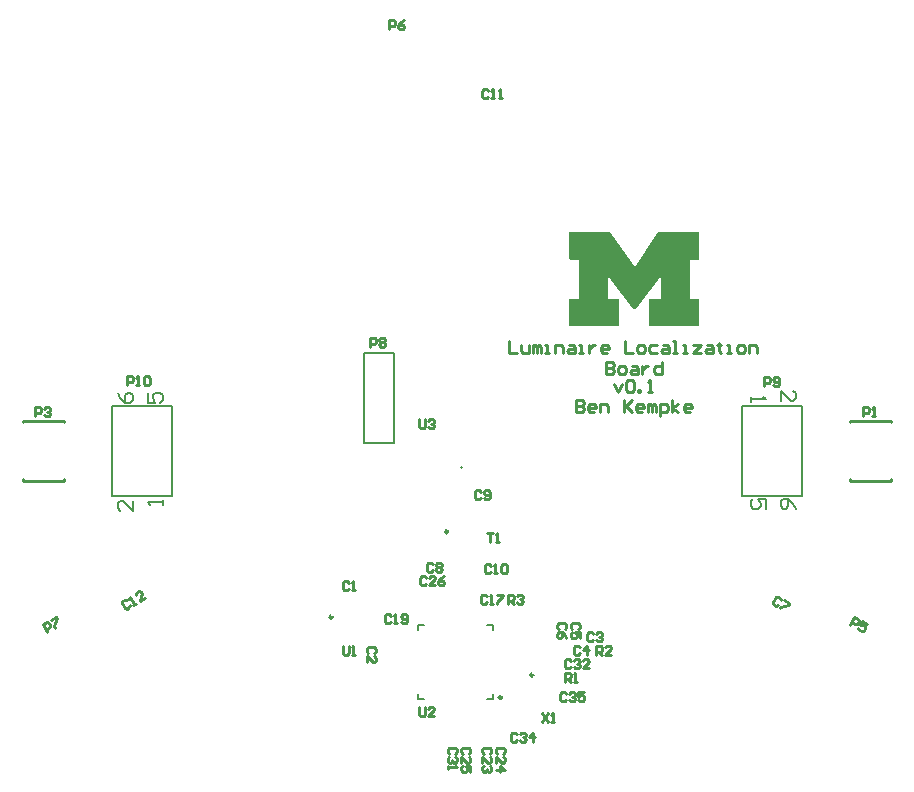
<source format=gto>
%FSLAX25Y25*%
%MOIN*%
G70*
G01*
G75*
G04 Layer_Color=65535*
%ADD10O,0.03740X0.00787*%
%ADD11O,0.00787X0.03740*%
%ADD12R,0.16142X0.16142*%
%ADD13R,0.10984X0.02913*%
%ADD14R,0.02362X0.01969*%
%ADD15R,0.01969X0.02362*%
G04:AMPARAMS|DCode=16|XSize=19.69mil|YSize=23.62mil|CornerRadius=0mil|HoleSize=0mil|Usage=FLASHONLY|Rotation=60.000|XOffset=0mil|YOffset=0mil|HoleType=Round|Shape=Rectangle|*
%AMROTATEDRECTD16*
4,1,4,0.00531,-0.01443,-0.01515,-0.00262,-0.00531,0.01443,0.01515,0.00262,0.00531,-0.01443,0.0*
%
%ADD16ROTATEDRECTD16*%

G04:AMPARAMS|DCode=17|XSize=27.56mil|YSize=47.24mil|CornerRadius=0mil|HoleSize=0mil|Usage=FLASHONLY|Rotation=135.000|XOffset=0mil|YOffset=0mil|HoleType=Round|Shape=Rectangle|*
%AMROTATEDRECTD17*
4,1,4,0.02645,0.00696,-0.00696,-0.02645,-0.02645,-0.00696,0.00696,0.02645,0.02645,0.00696,0.0*
%
%ADD17ROTATEDRECTD17*%

G04:AMPARAMS|DCode=18|XSize=13.78mil|YSize=7.87mil|CornerRadius=0mil|HoleSize=0mil|Usage=FLASHONLY|Rotation=315.000|XOffset=0mil|YOffset=0mil|HoleType=Round|Shape=Rectangle|*
%AMROTATEDRECTD18*
4,1,4,-0.00766,0.00209,-0.00209,0.00766,0.00766,-0.00209,0.00209,-0.00766,-0.00766,0.00209,0.0*
%
%ADD18ROTATEDRECTD18*%

G04:AMPARAMS|DCode=19|XSize=200mil|YSize=59.84mil|CornerRadius=0mil|HoleSize=0mil|Usage=FLASHONLY|Rotation=330.000|XOffset=0mil|YOffset=0mil|HoleType=Round|Shape=Rectangle|*
%AMROTATEDRECTD19*
4,1,4,-0.10156,0.02409,-0.07164,0.07591,0.10156,-0.02409,0.07164,-0.07591,-0.10156,0.02409,0.0*
%
%ADD19ROTATEDRECTD19*%

%ADD20R,0.05984X0.20000*%
%ADD21R,0.03150X0.01181*%
G04:AMPARAMS|DCode=22|XSize=19.69mil|YSize=23.62mil|CornerRadius=0mil|HoleSize=0mil|Usage=FLASHONLY|Rotation=300.000|XOffset=0mil|YOffset=0mil|HoleType=Round|Shape=Rectangle|*
%AMROTATEDRECTD22*
4,1,4,-0.01515,0.00262,0.00531,0.01443,0.01515,-0.00262,-0.00531,-0.01443,-0.01515,0.00262,0.0*
%
%ADD22ROTATEDRECTD22*%

G04:AMPARAMS|DCode=23|XSize=200mil|YSize=59.84mil|CornerRadius=0mil|HoleSize=0mil|Usage=FLASHONLY|Rotation=30.000|XOffset=0mil|YOffset=0mil|HoleType=Round|Shape=Rectangle|*
%AMROTATEDRECTD23*
4,1,4,-0.07164,-0.07591,-0.10156,-0.02409,0.07164,0.07591,0.10156,0.02409,-0.07164,-0.07591,0.0*
%
%ADD23ROTATEDRECTD23*%

%ADD24R,0.04724X0.04331*%
%ADD25R,0.02362X0.03347*%
%ADD26R,0.00394X0.00394*%
%ADD27R,0.03543X0.03150*%
%ADD28R,0.03150X0.03543*%
%ADD29C,0.01000*%
%ADD30C,0.02000*%
%ADD31C,0.00600*%
%ADD32R,0.05906X0.05906*%
%ADD33C,0.05906*%
%ADD34C,0.02000*%
%ADD35R,0.05787X0.02913*%
%ADD36R,0.05118X0.03937*%
%ADD37C,0.00984*%
%ADD38C,0.00787*%
%ADD39C,0.00800*%
G36*
X80709Y63653D02*
X77709D01*
Y50653D01*
X80709D01*
Y41653D01*
X64109D01*
Y50653D01*
X67909D01*
Y58253D01*
X59559Y47147D01*
X58859D01*
X50509Y58253D01*
Y50659D01*
X53913D01*
Y41618D01*
X37269D01*
Y50659D01*
X40674D01*
Y63678D01*
X37805Y63657D01*
X37309Y64150D01*
Y72753D01*
X51109D01*
X59209Y61146D01*
X67109Y72753D01*
X80709D01*
Y63653D01*
D02*
G37*
D29*
X-144547Y9500D02*
Y10000D01*
X-131043D01*
Y9500D02*
Y10000D01*
X-144547Y-10000D02*
Y-9500D01*
Y-10000D02*
X-131043D01*
Y-9500D01*
X131043Y9500D02*
Y10000D01*
X144547D01*
Y9500D02*
Y10000D01*
X131043Y-10000D02*
Y-9500D01*
Y-10000D02*
X144547D01*
Y-9500D01*
X1211Y-5498D02*
X1322Y-5610D01*
X-109900Y21800D02*
Y24799D01*
X-108400D01*
X-107901Y24299D01*
Y23300D01*
X-108400Y22800D01*
X-109900D01*
X-106901Y21800D02*
X-105901D01*
X-106401D01*
Y24799D01*
X-106901Y24299D01*
X-104402D02*
X-103902Y24799D01*
X-102902D01*
X-102402Y24299D01*
Y22300D01*
X-102902Y21800D01*
X-103902D01*
X-104402Y22300D01*
Y24299D01*
X102500Y21500D02*
Y24499D01*
X103999D01*
X104499Y23999D01*
Y22999D01*
X103999Y22500D01*
X102500D01*
X105499Y22000D02*
X105999Y21500D01*
X106999D01*
X107498Y22000D01*
Y23999D01*
X106999Y24499D01*
X105999D01*
X105499Y23999D01*
Y23499D01*
X105999Y22999D01*
X107498D01*
X-28900Y34700D02*
Y37699D01*
X-27400D01*
X-26901Y37199D01*
Y36200D01*
X-27400Y35700D01*
X-28900D01*
X-25901Y37199D02*
X-25401Y37699D01*
X-24401D01*
X-23902Y37199D01*
Y36699D01*
X-24401Y36200D01*
X-23902Y35700D01*
Y35200D01*
X-24401Y34700D01*
X-25401D01*
X-25901Y35200D01*
Y35700D01*
X-25401Y36200D01*
X-25901Y36699D01*
Y37199D01*
X-25401Y36200D02*
X-24401D01*
X-36001Y-44001D02*
X-36500Y-43501D01*
X-37500D01*
X-38000Y-44001D01*
Y-46000D01*
X-37500Y-46500D01*
X-36500D01*
X-36001Y-46000D01*
X-35001Y-46500D02*
X-34001D01*
X-34501D01*
Y-43501D01*
X-35001Y-44001D01*
X-27501Y-67499D02*
X-27001Y-67000D01*
Y-66000D01*
X-27501Y-65500D01*
X-29500D01*
X-30000Y-66000D01*
Y-67000D01*
X-29500Y-67499D01*
X-30000Y-70498D02*
Y-68499D01*
X-28001Y-70498D01*
X-27501D01*
X-27001Y-69999D01*
Y-68999D01*
X-27501Y-68499D01*
X45499Y-61001D02*
X45000Y-60501D01*
X44000D01*
X43500Y-61001D01*
Y-63000D01*
X44000Y-63500D01*
X45000D01*
X45499Y-63000D01*
X46499Y-61001D02*
X46999Y-60501D01*
X47999D01*
X48498Y-61001D01*
Y-61501D01*
X47999Y-62001D01*
X47499D01*
X47999D01*
X48498Y-62500D01*
Y-63000D01*
X47999Y-63500D01*
X46999D01*
X46499Y-63000D01*
X40999Y-65501D02*
X40499Y-65001D01*
X39500D01*
X39000Y-65501D01*
Y-67500D01*
X39500Y-68000D01*
X40499D01*
X40999Y-67500D01*
X43499Y-68000D02*
Y-65001D01*
X41999Y-66501D01*
X43998D01*
X40499Y-59499D02*
X40999Y-59000D01*
Y-58000D01*
X40499Y-57500D01*
X38500D01*
X38000Y-58000D01*
Y-59000D01*
X38500Y-59499D01*
X40999Y-62498D02*
Y-60499D01*
X39500D01*
X39999Y-61499D01*
Y-61999D01*
X39500Y-62498D01*
X38500D01*
X38000Y-61999D01*
Y-60999D01*
X38500Y-60499D01*
X35999Y-59499D02*
X36499Y-59000D01*
Y-58000D01*
X35999Y-57500D01*
X34000D01*
X33500Y-58000D01*
Y-59000D01*
X34000Y-59499D01*
X36499Y-62498D02*
X35999Y-61499D01*
X34999Y-60499D01*
X34000D01*
X33500Y-60999D01*
Y-61999D01*
X34000Y-62498D01*
X34500D01*
X34999Y-61999D01*
Y-60499D01*
X107981Y-49835D02*
X107798Y-49152D01*
X106932Y-48653D01*
X106250Y-48836D01*
X105250Y-50567D01*
X105433Y-51250D01*
X106299Y-51750D01*
X106981Y-51567D01*
X109097Y-49902D02*
X110828Y-50902D01*
X110578Y-51335D01*
X107847Y-52067D01*
X107597Y-52500D01*
X-8101Y-37801D02*
X-8601Y-37301D01*
X-9600D01*
X-10100Y-37801D01*
Y-39800D01*
X-9600Y-40300D01*
X-8601D01*
X-8101Y-39800D01*
X-7101Y-37801D02*
X-6601Y-37301D01*
X-5601D01*
X-5102Y-37801D01*
Y-38301D01*
X-5601Y-38800D01*
X-5102Y-39300D01*
Y-39800D01*
X-5601Y-40300D01*
X-6601D01*
X-7101Y-39800D01*
Y-39300D01*
X-6601Y-38800D01*
X-7101Y-38301D01*
Y-37801D01*
X-6601Y-38800D02*
X-5601D01*
X7899Y-13701D02*
X7400Y-13201D01*
X6400D01*
X5900Y-13701D01*
Y-15700D01*
X6400Y-16200D01*
X7400D01*
X7899Y-15700D01*
X8899D02*
X9399Y-16200D01*
X10399D01*
X10898Y-15700D01*
Y-13701D01*
X10399Y-13201D01*
X9399D01*
X8899Y-13701D01*
Y-14201D01*
X9399Y-14701D01*
X10898D01*
X11299Y-38301D02*
X10800Y-37801D01*
X9800D01*
X9300Y-38301D01*
Y-40300D01*
X9800Y-40800D01*
X10800D01*
X11299Y-40300D01*
X12299Y-40800D02*
X13299D01*
X12799D01*
Y-37801D01*
X12299Y-38301D01*
X14798D02*
X15298Y-37801D01*
X16298D01*
X16798Y-38301D01*
Y-40300D01*
X16298Y-40800D01*
X15298D01*
X14798Y-40300D01*
Y-38301D01*
X10499Y119999D02*
X10000Y120499D01*
X9000D01*
X8500Y119999D01*
Y118000D01*
X9000Y117500D01*
X10000D01*
X10499Y118000D01*
X11499Y117500D02*
X12499D01*
X11999D01*
Y120499D01*
X11499Y119999D01*
X13998Y117500D02*
X14998D01*
X14498D01*
Y120499D01*
X13998Y119999D01*
X-110018Y-49836D02*
X-110701Y-49653D01*
X-111567Y-50153D01*
X-111750Y-50836D01*
X-110750Y-52567D01*
X-110067Y-52750D01*
X-109201Y-52250D01*
X-109018Y-51567D01*
X-107903Y-51500D02*
X-107037Y-51001D01*
X-107470Y-51251D01*
X-108969Y-48653D01*
X-109152Y-49336D01*
X-104007Y-49251D02*
X-105738Y-50251D01*
X-105007Y-47520D01*
X-105256Y-47087D01*
X-105939Y-46904D01*
X-106805Y-47404D01*
X-106988Y-48087D01*
X9999Y-48501D02*
X9499Y-48001D01*
X8500D01*
X8000Y-48501D01*
Y-50500D01*
X8500Y-51000D01*
X9499D01*
X9999Y-50500D01*
X10999Y-51000D02*
X11999D01*
X11499D01*
Y-48001D01*
X10999Y-48501D01*
X13498Y-48001D02*
X15498D01*
Y-48501D01*
X13498Y-50500D01*
Y-51000D01*
X-22001Y-55001D02*
X-22501Y-54501D01*
X-23500D01*
X-24000Y-55001D01*
Y-57000D01*
X-23500Y-57500D01*
X-22501D01*
X-22001Y-57000D01*
X-21001Y-57500D02*
X-20001D01*
X-20501D01*
Y-54501D01*
X-21001Y-55001D01*
X-18502Y-57000D02*
X-18002Y-57500D01*
X-17002D01*
X-16502Y-57000D01*
Y-55001D01*
X-17002Y-54501D01*
X-18002D01*
X-18502Y-55001D01*
Y-55501D01*
X-18002Y-56001D01*
X-16502D01*
X10999Y-100999D02*
X11499Y-100499D01*
Y-99500D01*
X10999Y-99000D01*
X9000D01*
X8500Y-99500D01*
Y-100499D01*
X9000Y-100999D01*
X8500Y-103998D02*
Y-101999D01*
X10499Y-103998D01*
X10999D01*
X11499Y-103499D01*
Y-102499D01*
X10999Y-101999D01*
Y-104998D02*
X11499Y-105498D01*
Y-106498D01*
X10999Y-106997D01*
X10499D01*
X10000Y-106498D01*
Y-105998D01*
Y-106498D01*
X9500Y-106997D01*
X9000D01*
X8500Y-106498D01*
Y-105498D01*
X9000Y-104998D01*
X15499Y-100999D02*
X15999Y-100499D01*
Y-99500D01*
X15499Y-99000D01*
X13500D01*
X13000Y-99500D01*
Y-100499D01*
X13500Y-100999D01*
X13000Y-103998D02*
Y-101999D01*
X14999Y-103998D01*
X15499D01*
X15999Y-103499D01*
Y-102499D01*
X15499Y-101999D01*
X13000Y-106498D02*
X15999D01*
X14500Y-104998D01*
Y-106997D01*
X3999Y-100999D02*
X4499Y-100499D01*
Y-99500D01*
X3999Y-99000D01*
X2000D01*
X1500Y-99500D01*
Y-100499D01*
X2000Y-100999D01*
X1500Y-103998D02*
Y-101999D01*
X3499Y-103998D01*
X3999D01*
X4499Y-103499D01*
Y-102499D01*
X3999Y-101999D01*
X4499Y-106997D02*
Y-104998D01*
X2999D01*
X3499Y-105998D01*
Y-106498D01*
X2999Y-106997D01*
X2000D01*
X1500Y-106498D01*
Y-105498D01*
X2000Y-104998D01*
X-10201Y-42301D02*
X-10701Y-41801D01*
X-11700D01*
X-12200Y-42301D01*
Y-44300D01*
X-11700Y-44800D01*
X-10701D01*
X-10201Y-44300D01*
X-7202Y-44800D02*
X-9201D01*
X-7202Y-42801D01*
Y-42301D01*
X-7701Y-41801D01*
X-8701D01*
X-9201Y-42301D01*
X-4203Y-41801D02*
X-5202Y-42301D01*
X-6202Y-43301D01*
Y-44300D01*
X-5702Y-44800D01*
X-4702D01*
X-4203Y-44300D01*
Y-43800D01*
X-4702Y-43301D01*
X-6202D01*
X-501Y-100999D02*
X-1Y-100499D01*
Y-99500D01*
X-501Y-99000D01*
X-2500D01*
X-3000Y-99500D01*
Y-100499D01*
X-2500Y-100999D01*
X-501Y-101999D02*
X-1Y-102499D01*
Y-103499D01*
X-501Y-103998D01*
X-1001D01*
X-1500Y-103499D01*
Y-102999D01*
Y-103499D01*
X-2000Y-103998D01*
X-2500D01*
X-3000Y-103499D01*
Y-102499D01*
X-2500Y-101999D01*
X-3000Y-104998D02*
Y-105998D01*
Y-105498D01*
X-1D01*
X-501Y-104998D01*
X37999Y-70001D02*
X37499Y-69501D01*
X36500D01*
X36000Y-70001D01*
Y-72000D01*
X36500Y-72500D01*
X37499D01*
X37999Y-72000D01*
X38999Y-70001D02*
X39499Y-69501D01*
X40499D01*
X40998Y-70001D01*
Y-70501D01*
X40499Y-71000D01*
X39999D01*
X40499D01*
X40998Y-71500D01*
Y-72000D01*
X40499Y-72500D01*
X39499D01*
X38999Y-72000D01*
X43997Y-72500D02*
X41998D01*
X43997Y-70501D01*
Y-70001D01*
X43498Y-69501D01*
X42498D01*
X41998Y-70001D01*
X135500Y11500D02*
Y14499D01*
X136999D01*
X137499Y13999D01*
Y13000D01*
X136999Y12500D01*
X135500D01*
X138499Y11500D02*
X139499D01*
X138999D01*
Y14499D01*
X138499Y13999D01*
X-140500Y11500D02*
Y14499D01*
X-139000D01*
X-138501Y13999D01*
Y13000D01*
X-139000Y12500D01*
X-140500D01*
X-137501Y13999D02*
X-137001Y14499D01*
X-136001D01*
X-135502Y13999D01*
Y13499D01*
X-136001Y13000D01*
X-136501D01*
X-136001D01*
X-135502Y12500D01*
Y12000D01*
X-136001Y11500D01*
X-137001D01*
X-137501Y12000D01*
X131000Y-58000D02*
X132500Y-55403D01*
X133798Y-56152D01*
X133981Y-56835D01*
X133481Y-57701D01*
X132799Y-57884D01*
X131500Y-57134D01*
X136828Y-57902D02*
X135097Y-56902D01*
X134347Y-58201D01*
X135463Y-58268D01*
X135896Y-58518D01*
X136079Y-59201D01*
X135579Y-60066D01*
X134896Y-60249D01*
X134030Y-59749D01*
X133847Y-59067D01*
X-22500Y140500D02*
Y143499D01*
X-21001D01*
X-20501Y142999D01*
Y141999D01*
X-21001Y141500D01*
X-22500D01*
X-17502Y143499D02*
X-18501Y142999D01*
X-19501Y141999D01*
Y141000D01*
X-19001Y140500D01*
X-18001D01*
X-17502Y141000D01*
Y141500D01*
X-18001Y141999D01*
X-19501D01*
X-136500Y-60500D02*
X-137999Y-57903D01*
X-136701Y-57153D01*
X-136018Y-57336D01*
X-135518Y-58202D01*
X-135701Y-58885D01*
X-137000Y-59634D01*
X-135402Y-56403D02*
X-133671Y-55404D01*
X-133421Y-55836D01*
X-134153Y-58568D01*
X-133903Y-59000D01*
X36000Y-77000D02*
Y-74001D01*
X37499D01*
X37999Y-74501D01*
Y-75501D01*
X37499Y-76000D01*
X36000D01*
X37000D02*
X37999Y-77000D01*
X38999D02*
X39999D01*
X39499D01*
Y-74001D01*
X38999Y-74501D01*
X46500Y-68000D02*
Y-65001D01*
X48000D01*
X48499Y-65501D01*
Y-66501D01*
X48000Y-67000D01*
X46500D01*
X47500D02*
X48499Y-68000D01*
X51498D02*
X49499D01*
X51498Y-66001D01*
Y-65501D01*
X50999Y-65001D01*
X49999D01*
X49499Y-65501D01*
X17000Y-51000D02*
Y-48001D01*
X18499D01*
X18999Y-48501D01*
Y-49501D01*
X18499Y-50000D01*
X17000D01*
X18000D02*
X18999Y-51000D01*
X19999Y-48501D02*
X20499Y-48001D01*
X21499D01*
X21998Y-48501D01*
Y-49001D01*
X21499Y-49501D01*
X20999D01*
X21499D01*
X21998Y-50000D01*
Y-50500D01*
X21499Y-51000D01*
X20499D01*
X19999Y-50500D01*
X10000Y-27501D02*
X11999D01*
X11000D01*
Y-30500D01*
X12999D02*
X13999D01*
X13499D01*
Y-27501D01*
X12999Y-28001D01*
X-38000Y-65001D02*
Y-67500D01*
X-37500Y-68000D01*
X-36500D01*
X-36001Y-67500D01*
Y-65001D01*
X-35001Y-68000D02*
X-34001D01*
X-34501D01*
Y-65001D01*
X-35001Y-65501D01*
X-12500Y-85501D02*
Y-88000D01*
X-12000Y-88500D01*
X-11000D01*
X-10501Y-88000D01*
Y-85501D01*
X-7502Y-88500D02*
X-9501D01*
X-7502Y-86501D01*
Y-86001D01*
X-8001Y-85501D01*
X-9001D01*
X-9501Y-86001D01*
X-12500Y10499D02*
Y8000D01*
X-12000Y7500D01*
X-11000D01*
X-10501Y8000D01*
Y10499D01*
X-9501Y9999D02*
X-9001Y10499D01*
X-8001D01*
X-7502Y9999D01*
Y9499D01*
X-8001Y8999D01*
X-8501D01*
X-8001D01*
X-7502Y8500D01*
Y8000D01*
X-8001Y7500D01*
X-9001D01*
X-9501Y8000D01*
X28500Y-87501D02*
X30499Y-90500D01*
Y-87501D02*
X28500Y-90500D01*
X31499D02*
X32499D01*
X31999D01*
Y-87501D01*
X31499Y-88001D01*
X19999Y-94501D02*
X19500Y-94001D01*
X18500D01*
X18000Y-94501D01*
Y-96500D01*
X18500Y-97000D01*
X19500D01*
X19999Y-96500D01*
X20999Y-94501D02*
X21499Y-94001D01*
X22499D01*
X22998Y-94501D01*
Y-95001D01*
X22499Y-95500D01*
X21999D01*
X22499D01*
X22998Y-96000D01*
Y-96500D01*
X22499Y-97000D01*
X21499D01*
X20999Y-96500D01*
X25498Y-97000D02*
Y-94001D01*
X23998Y-95500D01*
X25997D01*
X36499Y-81001D02*
X36000Y-80501D01*
X35000D01*
X34500Y-81001D01*
Y-83000D01*
X35000Y-83500D01*
X36000D01*
X36499Y-83000D01*
X37499Y-81001D02*
X37999Y-80501D01*
X38999D01*
X39498Y-81001D01*
Y-81501D01*
X38999Y-82000D01*
X38499D01*
X38999D01*
X39498Y-82500D01*
Y-83000D01*
X38999Y-83500D01*
X37999D01*
X37499Y-83000D01*
X42497Y-80501D02*
X40498D01*
Y-82000D01*
X41498Y-81501D01*
X41998D01*
X42497Y-82000D01*
Y-83000D01*
X41998Y-83500D01*
X40998D01*
X40498Y-83000D01*
X39662Y16999D02*
Y13000D01*
X41661D01*
X42328Y13667D01*
Y14333D01*
X41661Y14999D01*
X39662D01*
X41661D01*
X42328Y15666D01*
Y16332D01*
X41661Y16999D01*
X39662D01*
X45660Y13000D02*
X44327D01*
X43661Y13667D01*
Y14999D01*
X44327Y15666D01*
X45660D01*
X46326Y14999D01*
Y14333D01*
X43661D01*
X47659Y13000D02*
Y15666D01*
X49659D01*
X50325Y14999D01*
Y13000D01*
X55657Y16999D02*
Y13000D01*
Y14333D01*
X58323Y16999D01*
X56323Y14999D01*
X58323Y13000D01*
X61655D02*
X60322D01*
X59655Y13667D01*
Y14999D01*
X60322Y15666D01*
X61655D01*
X62321Y14999D01*
Y14333D01*
X59655D01*
X63654Y13000D02*
Y15666D01*
X64321D01*
X64987Y14999D01*
Y13000D01*
Y14999D01*
X65654Y15666D01*
X66320Y14999D01*
Y13000D01*
X67653Y11667D02*
Y15666D01*
X69652D01*
X70319Y14999D01*
Y13667D01*
X69652Y13000D01*
X67653D01*
X71652D02*
Y16999D01*
Y14333D02*
X73651Y15666D01*
X71652Y14333D02*
X73651Y13000D01*
X77650D02*
X76317D01*
X75650Y13667D01*
Y14999D01*
X76317Y15666D01*
X77650D01*
X78316Y14999D01*
Y14333D01*
X75650D01*
X52324Y22066D02*
X53657Y19400D01*
X54990Y22066D01*
X56323Y22732D02*
X56990Y23399D01*
X58323D01*
X58989Y22732D01*
Y20066D01*
X58323Y19400D01*
X56990D01*
X56323Y20066D01*
Y22732D01*
X60322Y19400D02*
Y20066D01*
X60988D01*
Y19400D01*
X60322D01*
X63654D02*
X64987D01*
X64321D01*
Y23399D01*
X63654Y22732D01*
X17500Y36499D02*
Y32500D01*
X20166D01*
X21499Y35166D02*
Y33166D01*
X22165Y32500D01*
X24164D01*
Y35166D01*
X25497Y32500D02*
Y35166D01*
X26164D01*
X26830Y34499D01*
Y32500D01*
Y34499D01*
X27497Y35166D01*
X28163Y34499D01*
Y32500D01*
X29496D02*
X30829D01*
X30163D01*
Y35166D01*
X29496D01*
X32828Y32500D02*
Y35166D01*
X34828D01*
X35494Y34499D01*
Y32500D01*
X37494Y35166D02*
X38826D01*
X39493Y34499D01*
Y32500D01*
X37494D01*
X36827Y33166D01*
X37494Y33833D01*
X39493D01*
X40826Y32500D02*
X42159D01*
X41492D01*
Y35166D01*
X40826D01*
X44158D02*
Y32500D01*
Y33833D01*
X44824Y34499D01*
X45491Y35166D01*
X46157D01*
X50156Y32500D02*
X48823D01*
X48157Y33166D01*
Y34499D01*
X48823Y35166D01*
X50156D01*
X50823Y34499D01*
Y33833D01*
X48157D01*
X56154Y36499D02*
Y32500D01*
X58820D01*
X60819D02*
X62152D01*
X62819Y33166D01*
Y34499D01*
X62152Y35166D01*
X60819D01*
X60153Y34499D01*
Y33166D01*
X60819Y32500D01*
X66817Y35166D02*
X64818D01*
X64152Y34499D01*
Y33166D01*
X64818Y32500D01*
X66817D01*
X68817Y35166D02*
X70150D01*
X70816Y34499D01*
Y32500D01*
X68817D01*
X68150Y33166D01*
X68817Y33833D01*
X70816D01*
X72149Y32500D02*
X73482D01*
X72816D01*
Y36499D01*
X72149D01*
X75481Y32500D02*
X76814D01*
X76148D01*
Y35166D01*
X75481D01*
X78814D02*
X81479D01*
X78814Y32500D01*
X81479D01*
X83479Y35166D02*
X84812D01*
X85478Y34499D01*
Y32500D01*
X83479D01*
X82812Y33166D01*
X83479Y33833D01*
X85478D01*
X87477Y35832D02*
Y35166D01*
X86811D01*
X88144D01*
X87477D01*
Y33166D01*
X88144Y32500D01*
X90143D02*
X91476D01*
X90810D01*
Y35166D01*
X90143D01*
X94142Y32500D02*
X95475D01*
X96141Y33166D01*
Y34499D01*
X95475Y35166D01*
X94142D01*
X93476Y34499D01*
Y33166D01*
X94142Y32500D01*
X97474D02*
Y35166D01*
X99474D01*
X100140Y34499D01*
Y32500D01*
X49659Y29699D02*
Y25700D01*
X51658D01*
X52324Y26366D01*
Y27033D01*
X51658Y27699D01*
X49659D01*
X51658D01*
X52324Y28366D01*
Y29032D01*
X51658Y29699D01*
X49659D01*
X54324Y25700D02*
X55657D01*
X56323Y26366D01*
Y27699D01*
X55657Y28366D01*
X54324D01*
X53657Y27699D01*
Y26366D01*
X54324Y25700D01*
X58323Y28366D02*
X59655D01*
X60322Y27699D01*
Y25700D01*
X58323D01*
X57656Y26366D01*
X58323Y27033D01*
X60322D01*
X61655Y28366D02*
Y25700D01*
Y27033D01*
X62321Y27699D01*
X62988Y28366D01*
X63654D01*
X68319Y29699D02*
Y25700D01*
X66320D01*
X65654Y26366D01*
Y27699D01*
X66320Y28366D01*
X68319D01*
D37*
X14953Y-82311D02*
G03*
X14953Y-82311I-492J0D01*
G01*
X-3008Y-27000D02*
G03*
X-3008Y-27000I-492J0D01*
G01*
X25453Y-74811D02*
G03*
X25453Y-74811I-492J0D01*
G01*
X-41508Y-55500D02*
G03*
X-41508Y-55500I-492J0D01*
G01*
D38*
X-115000Y15000D02*
X-95000D01*
X-115000Y-15000D02*
X-95000D01*
X-115000D02*
Y15000D01*
X-95000Y-15000D02*
Y15000D01*
Y-4167D02*
Y15000D01*
X95000Y-15000D02*
X115000D01*
X95000Y15000D02*
X115000D01*
Y-15000D02*
Y15000D01*
X95000Y-15000D02*
Y15000D01*
Y-15000D02*
Y4167D01*
X-21000Y2600D02*
Y32600D01*
X-31000D02*
X-21000D01*
X-31000Y2600D02*
Y32600D01*
Y2600D02*
X-21000D01*
X11902Y-82902D02*
Y-81130D01*
X10130Y-82902D02*
X11902D01*
X-12902D02*
X-11130D01*
X-12902D02*
Y-81130D01*
Y-59870D02*
Y-58098D01*
X-11130D01*
X11902Y-59870D02*
Y-58098D01*
X10130D02*
X11902D01*
D39*
X-112998Y19332D02*
X-112165Y17666D01*
X-110499Y16000D01*
X-108833D01*
X-108000Y16833D01*
Y18499D01*
X-108833Y19332D01*
X-109666D01*
X-110499Y18499D01*
Y16000D01*
X-102998Y19332D02*
Y16000D01*
X-100499D01*
X-101332Y17666D01*
Y18499D01*
X-100499Y19332D01*
X-98833D01*
X-98000Y18499D01*
Y16833D01*
X-98833Y16000D01*
X-108000Y-16668D02*
Y-20000D01*
X-111332Y-16668D01*
X-112165D01*
X-112998Y-17501D01*
Y-19167D01*
X-112165Y-20000D01*
X-98000Y-18000D02*
Y-16334D01*
Y-17167D01*
X-102998D01*
X-102165Y-18000D01*
X112998Y-19332D02*
X112165Y-17666D01*
X110499Y-16000D01*
X108833D01*
X108000Y-16833D01*
Y-18499D01*
X108833Y-19332D01*
X109666D01*
X110499Y-18499D01*
Y-16000D01*
X102998Y-19332D02*
Y-16000D01*
X100499D01*
X101332Y-17666D01*
Y-18499D01*
X100499Y-19332D01*
X98833D01*
X98000Y-18499D01*
Y-16833D01*
X98833Y-16000D01*
X108000Y16668D02*
Y20000D01*
X111332Y16668D01*
X112165D01*
X112998Y17501D01*
Y19167D01*
X112165Y20000D01*
X98000Y18000D02*
Y16334D01*
Y17167D01*
X102998D01*
X102165Y18000D01*
M02*

</source>
